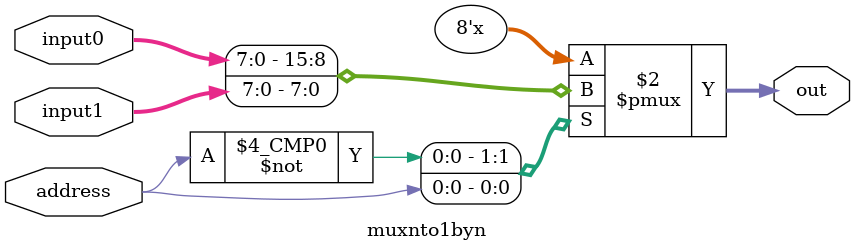
<source format=v>
module muxnto1byn
#(parameter width = 8)
(
output reg[width-1:0]   out,
input    address,
input[width-1:0]   input0, input1
);

always @ (input0 or input1 or address) begin
      case (address)
         0 : out <= input0;
         1 : out <= input1;
      endcase
end
endmodule

</source>
